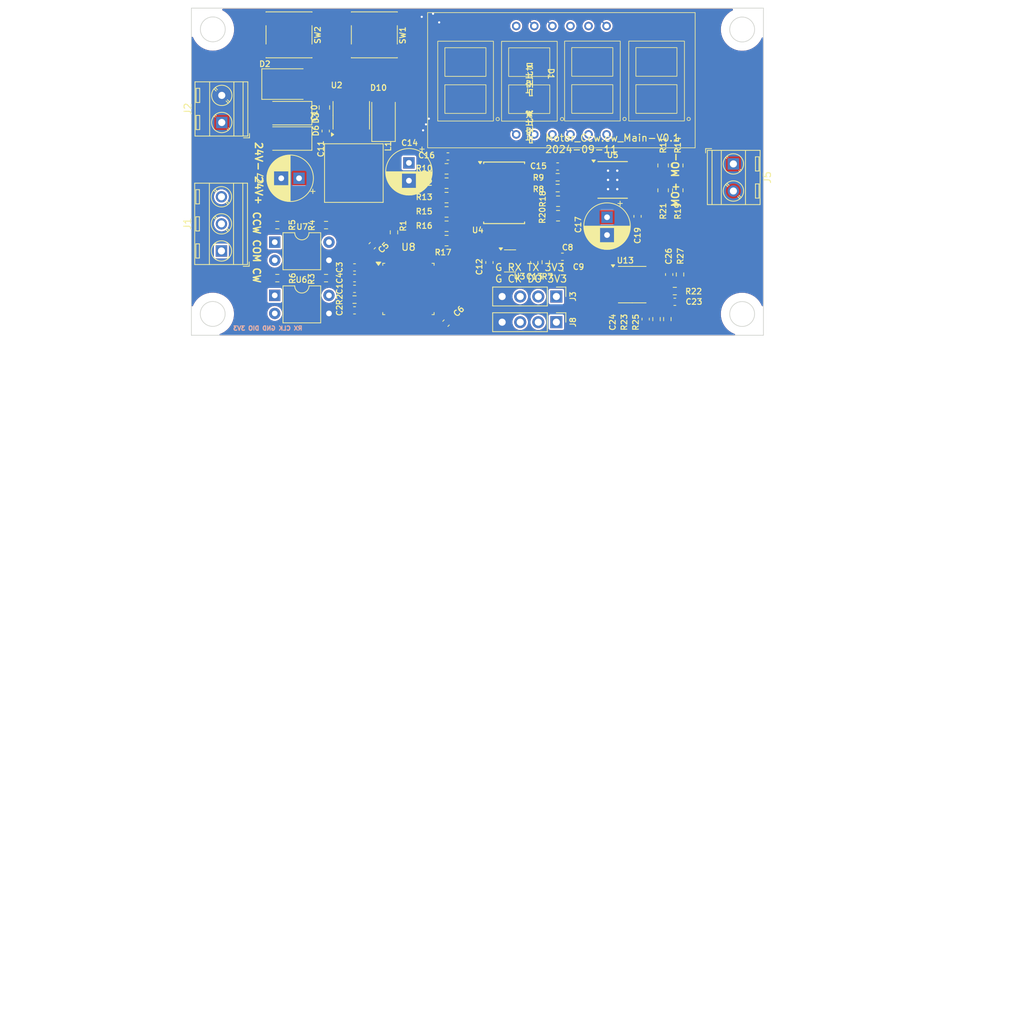
<source format=kicad_pcb>
(kicad_pcb (version 20240108) (generator "pcbnew") (generator_version "8.0")
  (title_block (title "Motor_CCW.CW_Main") (date "2024-09-11") (rev "V0.1") (company "Ovobot_Nz") (comment 1 "78x40x1.6mm 白字绿油，无铅喷锡。"))
  (layers (0 "F.Cu" signal) (31 "B.Cu" signal) (34 "B.Paste" user) (35 "F.Paste" user) (36 "B.SilkS" user "B.Silkscreen") (37 "F.SilkS" user "F.Silkscreen") (38 "B.Mask" user) (39 "F.Mask" user) (44 "Edge.Cuts" user))
  (net 0 "")
  (net 1 "GND")
  (net 2 "+3V3")
  (net 3 "+5V")
  (net 4 "+24V")
  (net 5 "VDD")
  (net 6 "+3.3VA")
  (net 7 "Net-(U8-NRST)")
  (net 8 "Net-(C2-Pad2)")
  (net 9 "/main/VERF_1.078V")
  (net 10 "Net-(U5-ISEN)")
  (net 11 "/main/VREF55")
  (net 12 "/main/ADC2_MOTOR")
  (net 13 "Net-(U13B--)")
  (net 14 "Net-(D10-K)")
  (net 15 "/main/R_MOTOR_OUT-")
  (net 16 "/main/R_MOTOR_OUT+")
  (net 17 "/main/SWDIO")
  (net 18 "/main/SWCLK")
  (net 19 "Net-(U8-BOOT0)")
  (net 21 "/main/C")
  (net 23 "/main/E")
  (net 28 "/main/PWM_RIGHT1")
  (net 34 "/main/DP")
  (net 35 "/main/PWM_RIGHT2")
  (net 37 "/main/MOTOR_KEY_CCW")
  (net 38 "/main/MOTOR_KEY_CW")
  (net 39 "/main/UART1_RX")
  (net 40 "/main/UART1_TX")
  (net 41 "/main/KEY_CW")
  (net 42 "/main/KEY_CCW")
  (net 43 "Net-(R5-Pad2)")
  (net 44 "Net-(R6-Pad2)")
  (net 45 "/main/B")
  (net 46 "/main/F")
  (net 47 "GND1")
  (net 48 "/main/D")
  (net 49 "/main/COM3")
  (net 50 "/main/COM2")
  (net 51 "/main/COM1")
  (net 52 "/main/A")
  (net 53 "/main/G")
  (net 54 "Net-(U4-SEG1{slash}KSI)")
  (net 55 "Net-(U4-SEG2{slash}KS2)")
  (net 56 "Net-(U4-SEG3{slash}KS3)")
  (net 57 "Net-(U4-SEG4{slash}KS4)")
  (net 58 "Net-(U4-SEG5{slash}KS5)")
  (net 59 "Net-(U4-SEG6{slash}KS6)")
  (net 60 "Net-(U4-SEG8)")
  (net 61 "Net-(U4-SEG7)")
  (net 62 "/main/SW_PWM+")
  (net 63 "/main/SW_PWM-")
  (net 64 "/main/SPI1_STB")
  (net 65 "/main/SPI1_DIN")
  (net 66 "/main/SPI1_CLK")
  (footprint "Capacitor_SMD:C_0603_1608Metric" (layer "F.Cu") (at 134.9 88.165 90)
    (property "Reference" "C11")
    (property "Value" "1uF")
  )
  (footprint "Resistor_SMD:R_0603_1608Metric" (layer "F.Cu") (at 128.1 108.85)
    (property "Reference" "R6")
    (property "Value" "10K/1%")
  )
  (footprint "Package_DIP:DIP-4_W7.62mm" (layer "F.Cu") (at 127.74 111.275)
    (property "Reference" "U6")
    (property "Value" "TLP785")
  )
  (footprint "Capacitor_SMD:C_0603_1608Metric" (layer "F.Cu") (at 164.2125 106.6325 -90)
    (property "Reference" "C13")
    (property "Value" "1uF")
  )
  (footprint "Capacitor_SMD:C_0805_2012Metric" (layer "F.Cu") (at 134.72 84.865 90)
    (property "Reference" "C10")
    (property "Value" "10uF/35V")
  )
  (footprint "Package_SO:SOIC-8_3.9x4.9mm_P1.27mm" (layer "F.Cu") (at 177.98 109.765)
    (property "Reference" "U13")
    (property "Value" "LMV358TP-SR")
  )
  (footprint "Diode_SMD:D_SMB" (layer "F.Cu") (at 129.58 81.56)
    (property "Reference" "D2")
    (property "Value" "SMBJ26CA")
  )
  (footprint "Resistor_SMD:R_0603_1608Metric" (layer "F.Cu") (at 134.95 108.85)
    (property "Reference" "R3")
    (property "Value" "10K/1%")
  )
  (footprint "Resistor_SMD:R_0603_1608Metric" (layer "F.Cu") (at 138.955 111.870625 180)
    (property "Reference" "R2")
    (property "Value" "0R")
  )
  (footprint "Package_DIP:DIP-4_W7.62mm" (layer "F.Cu") (at 127.74 103.795)
    (property "Reference" "U7")
    (property "Value" "TLP785")
  )
  (footprint "Ovo_SegLed:LED_3x0.56" (layer "F.Cu") (at 167.23 80.4)
    (property "Reference" "D1")
    (property "Value" "~")
  )
  (footprint "Capacitor_SMD:C_0603_1608Metric" (layer "F.Cu") (at 138.955 107.3425)
    (property "Reference" "C3")
    (property "Value" "0.1uF")
  )
  (footprint "Diode_SMD:D_SMA" (layer "F.Cu") (at 129.4475 89.22 180)
    (property "Reference" "D6")
    (property "Value" "SS34")
  )
  (footprint "Ovo_Button_Switch_SMD:SW_Push_1P1T_NO_6x6mm_H5.0mm" (layer "F.Cu") (at 141.735 74.64)
    (property "Reference" "SW1")
    (property "Value" "6x6x5mm")
  )
  (footprint "Ovo_TerminalBlock_MetzConnect:TerminalBlock_MetzConnect_Type086_RT03402HBLC_1x02_P3.81mm_Horizontal" (layer "F.Cu") (at 192.2 92.79 -90)
    (property "Reference" "J5")
    (property "Value" "KF128-3.81-2P")
  )
  (footprint "Ovo_Inductor_SMD:L_GZJ_WNR8045" (layer "F.Cu") (at 138.86 94.075)
    (property "Reference" "L1")
    (property "Value" "68uH")
  )
  (footprint "Capacitor_SMD:C_0603_1608Metric" (layer "F.Cu") (at 157.9125 106.6525 90)
    (property "Reference" "C12")
    (property "Value" "1uF")
  )
  (footprint "Capacitor_SMD:C_0603_1608Metric" (layer "F.Cu") (at 183.175 108.34 90)
    (property "Reference" "C26")
    (property "Value" "0.1uF")
  )
  (footprint "Ovo_TerminalBlock_MetzConnect:TerminalBlock_MetzConnect_Type086_RT03402HBLC_1x02_P3.81mm_Horizontal" (layer "F.Cu") (at 120.295 86.965 90)
    (property "Reference" "J2")
    (property "Value" "KF128-3.81-2P")
  )
  (footprint "Ovo_TerminalBlock_MetzConnect:TerminalBlock_MetzConnect_Type086_RT03403HBLC_1x03_P3.81mm_Horizontal" (layer "F.Cu") (at 120.25 105.03 90)
    (property "Reference" "J1")
    (property "Value" "KF128-3.81-3P")
  )
  (footprint "Resistor_SMD:R_0603_1608Metric" (layer "F.Cu") (at 167.5025 94.67 180)
    (property "Reference" "R9")
    (property "Value" "3.3K/1%")
  )
  (footprint "Package_QFP:LQFP-32_7x7mm_P0.8mm" (layer "F.Cu") (at 146.53 110.37)
    (property "Reference" "U8")
    (property "Value" "STM32F030K6Tx")
  )
  (footprint "Capacitor_SMD:C_0603_1608Metric" (layer "F.Cu") (at 151.81 115.18 45)
    (property "Reference" "C6")
    (property "Value" "4.7uF")
  )
  (footprint "Capacitor_THT:CP_Radial_D6.3mm_P2.50mm" (layer "F.Cu") (at 146.6 92.647618 -90)
    (property "Reference" "C14")
    (property "Value" "470uF/10V")
  )
  (footprint "Capacitor_SMD:C_0603_1608Metric" (layer "F.Cu") (at 152.08 91.74 180)
    (property "Reference" "C16")
    (property "Value" "0.1uF")
  )
  (footprint "Capacitor_SMD:C_0603_1608Metric" (layer "F.Cu") (at 168.1825 107.3625)
    (property "Reference" "C9")
    (property "Value" "1uF")
  )
  (footprint "Resistor_SMD:R_0805_2012Metric" (layer "F.Cu") (at 151.89 95.504)
    (property "Reference" "R12")
    (property "Value" "10R")
  )
  (footprint "Resistor_SMD:R_0805_2012Metric" (layer "F.Cu") (at 182.32 96.4975 -90)
    (property "Reference" "R21")
    (property "Value" "1R/1%")
  )
  (footprint "Resistor_SMD:R_0805_2012Metric" (layer "F.Cu") (at 182.32 93.0075 90)
    (property "Reference" "R11")
    (property "Value" "1R/1%")
  )
  (footprint "Resistor_SMD:R_0805_2012Metric" (layer "F.Cu") (at 167.5575 100.08)
    (property "Reference" "R20")
    (property "Value" "10R")
  )
  (footprint "Resistor_SMD:R_0603_1608Metric" (layer "F.Cu") (at 184.7 108.34 90)
    (property "Reference" "R27")
    (property "Value" "51K/1%")
  )
  (footprint "Capacitor_SMD:C_0603_1608Metric" (layer "F.Cu") (at 167.5025 93.15 180)
    (property "Reference" "C15")
    (property "Value" "0.1uF")
  )
  (footprint "Package_TO_SOT_SMD:SOT-23-5" (layer "F.Cu") (at 160.8125 106.43)
    (property "Reference" "U3")
    (property "Value" "DS8562-33S5")
  )
  (footprint "Resistor_SMD:R_0805_2012Metric" (layer "F.Cu") (at 151.89 99.54)
    (property "Reference" "R15")
    (property "Value" "10R")
  )
  (footprint "Resistor_SMD:R_0805_2012Metric" (layer "F.Cu") (at 184.38 96.4975 -90)
    (property "Reference" "R19")
    (property "Value" "1R/1%")
  )
  (footprint "Ovo_Button_Switch_SMD:SW_Push_1P1T_NO_6x6mm_H5.0mm" (layer "F.Cu") (at 129.745 74.64)
    (property "Reference" "SW2")
    (property "Value" "6x6x5mm")
  )
  (footprint "Capacitor_SMD:C_0603_1608Metric" (layer "F.Cu") (at 138.955 110.36125)
    (property "Reference" "C1")
    (property "Value" "0.1uF")
  )
  (footprint "Diode_SMD:D_SMA" (layer "F.Cu") (at 129.445 85.65 180)
    (property "Reference" "D3")
    (property "Value" "SS34")
  )
  (footprint "Resistor_SMD:R_0603_1608Metric" (layer "F.Cu") (at 144.5 102.41 -90)
    (property "Reference" "R1")
    (property "Value" "10K/1%")
  )
  (footprint "Capacitor_SMD:C_0603_1608Metric" (layer "F.Cu") (at 183.97 112.18 180)
    (property "Reference" "C23")
    (property "Value" "0.1uF")
  )
  (footprint "Capacitor_SMD:C_0603_1608Metric" (layer "F.Cu") (at 168.1725 105.8425)
    (property "Reference" "C8")
    (property "Value" "1uF")
  )
  (footprint "Resistor_SMD:R_0603_1608Metric" (layer "F.Cu") (at 165.8325 106.6125 -90)
    (property "Reference" "R7")
    (property "Value" "0R")
  )
  (footprint "Resistor_SMD:R_0805_2012Metric" (layer "F.Cu") (at 151.89 101.558)
    (property "Reference" "R16")
    (property "Value" "10R")
  )
  (footprint "Capacitor_SMD:C_0603_1608Metric" (layer "F.Cu") (at 179.87 114.61 -90)
    (property "Reference" "C24")
    (property "Value" "0.1uF")
  )
  (footprint "Connector_PinHeader_2.54mm:PinHeader_1x04_P2.54mm_Vertical" (layer "F.Cu") (at 167.32 111.435 -90)
    (property "Reference" "J3")
    (property "Value" "Conn_01x04")
  )
  (footprint "Resistor_SMD:R_0603_1608Metric" (layer "F.Cu") (at 134.95 101.39)
    (property "Reference" "R4")
    (property "Value" "10K/1%")
  )
  (footprint "Resistor_SMD:R_0805_2012Metric" (layer "F.Cu") (at 151.89 103.576)
    (property "Reference" "R17")
    (property "Value" "10R")
  )
  (footprint "Resistor_SMD:R_0603_1608Metric" (layer "F.Cu") (at 167.5025 96.19)
    (property "Reference" "R8")
    (property "Value" "6.8K/1%")
  )
  (footprint "Capacitor_THT:CP_Radial_D6.3mm_P2.50mm" (layer "F.Cu") (at 131.154759 94.809999 180)
    (property "Reference" "C7")
    (property "Value" "100uF/35V")
  )
  (footprint "Capacitor_THT:CP_Radial_D6.3mm_P2.50mm" (layer "F.Cu") (at 174.44238 100.29 -90)
    (property "Reference" "C17")
    (property "Value" "100uF/35V")
  )
  (footprint "Capacitor_SMD:C_0603_1608Metric" (layer "F.Cu") (at 178.73 100.16 -90)
    (property "Reference" "C19")
    (property "Value" "0.1uF")
  )
  (footprint "Connector_PinHeader_2.54mm:PinHeader_1x04_P2.54mm_Vertical" (layer "F.Cu") (at 167.32 115.045 -90)
    (property "Reference" "J8")
    (property "Value" "Conn_01x04")
  )
  (footprint "Capacitor_SMD:C_0603_1608Metric" (layer "F.Cu") (at 138.955 113.38)
    (property "Reference" "C2")
    (property "Value" "0.1uF")
  )
  (footprint "Package_SO:SSOP-24_5.3x8.2mm_P0.65mm" (layer "F.Cu") (at 159.98 96.855)
    (property "Reference" "U4")
    (property "Value" "~")
  )
  (footprint "Capacitor_SMD:C_0603_1608Metric" (layer "F.Cu") (at 138.955 108.851875)
    (property "Reference" "C4")
    (property "Value" "0.1uF")
  )
  (footprint "Package_SO:Texas_HTSOP-8-1EP_3.9x4.9mm_P1.27mm_EP2.95x4.9mm_Mask2.4x3.1mm_ThermalVias" (layer "F.Cu") (at 175.23 95.04)
    (property "Reference" "U5")
    (property "Value" "OCB8870ESAE")
  )
  (footprint "Resistor_SMD:R_0603_1608Metric" (layer "F.Cu") (at 182.92 114.61 -90)
    (property "Reference" "R25")
    (property "Value" "2K/1%")
  )
  (footprint "Resistor_SMD:R_0805_2012Metric" (layer "F.Cu") (at 151.89 93.486)
    (property "Reference" "R10")
    (property "Value" "10R")
  )
  (footprint "Resistor_SMD:R_0603_1608Metric" (layer "F.Cu") (at 183.965 110.67 180)
    (property "Reference" "R22")
    (property "Value" "15K/1%")
  )
  (footprint "Resistor_SMD:R_0603_1608Metric" (layer "F.Cu") (at 128.1 101.39)
    (property "Reference" "R5")
    (property "Value" "10K/1%")
  )
  (footprint "Resistor_SMD:R_0805_2012Metric" (layer "F.Cu") (at 167.5575 98.04)
    (property "Reference" "R18")
    (property "Value" "27R")
  )
  (footprint "Diode_SMD:D_SMA" (layer "F.Cu") (at 143.03 86.125 90)
    (property "Reference" "D10")
    (property "Value" "SS34")
  )
  (footprint "Resistor_SMD:R_0805_2012Metric" (layer "F.Cu") (at 184.38 93.0075 90)
    (property "Reference" "R14")
    (property "Value" "1R/1%")
  )
  (footprint "Capacitor_SMD:C_0603_1608Metric" (layer "F.Cu") (at 141.44 104.29 -135)
    (property "Reference" "C5")
    (property "Value" "0.1uF")
  )
  (footprint "Package_SO:SOIC-8_3.9x4.9mm_P1.27mm" (layer "F.Cu") (at 138.4975 85.955 90)
    (property "Reference" "U2")
    (property "Value" "XL1509-5.0E1")
  )
  (footprint "Resistor_SMD:R_0805_2012Metric" (layer "F.Cu") (at 151.89 97.522)
    (property "Reference" "R13")
    (property "Value" "10R")
  )
  (footprint "Resistor_SMD:R_0603_1608Metric" (layer "F.Cu") (at 181.395 114.61 90)
    (property "Reference" "R23")
    (property "Value" "10K/1%")
  )
  (gr_line (start 116.02 70.89) (end 196.42 70.89) (stroke (width 0.1)) (layer "Edge.Cuts"))
  (gr_line (start 196.42 116.885) (end 196.42 70.89) (stroke (width 0.1)) (layer "Edge.Cuts"))
  (gr_circle (center 193.431188 113.895) (end 195.181188 113.895) (stroke (width 0.1)) (fill none) (layer "Edge.Cuts"))
  (gr_line (start 116.02 70.89) (end 116.02 116.885) (stroke (width 0.1)) (layer "Edge.Cuts"))
  (gr_circle (center 119.035352 73.871761) (end 119.035352 75.621761) (stroke (width 0.1)) (fill none) (layer "Edge.Cuts"))
  (gr_line (start 196.41 116.885) (end 116.02 116.885) (stroke (width 0.1)) (layer "Edge.Cuts"))
  (gr_circle (center 193.433537 73.888527) (end 195.183537 73.888527) (stroke (width 0.1)) (fill none) (layer "Edge.Cuts"))
  (gr_circle (center 119.02 113.885) (end 120.77 113.885) (stroke (width 0.1)) (fill none) (layer "Edge.Cuts"))
  (gr_text "RX CLK GND DIO 3V3" (at 131.702 116.253 0) (layer "B.SilkS") (effects (font (size 0.6 0.6)) (justify left bottom mirror)))
  (gr_text "24V- 24V+ " (at 124.9 89.605 270) (layer "F.SilkS") (effects (font (size 1 1) (thickness 0.2) (bold yes)) (justify left bottom)))
  (gr_text "Motor_Ccw.cw_Main-${REVISION}\n${ISSUE_DATE}\n" (at 165.67 91.33 0) (layer "F.SilkS") (effects (font (size 1 1)) (justify left bottom)))
  (gr_text "G RX TX 3V3\nG CK DO 3V3" (at 158.62 109.535 0) (layer "F.SilkS") (effects (font (size 1 1)) (justify left bottom)))
  (gr_text "占空比减" (at 164.08 90.015 90) (layer "F.SilkS") (effects (font (size 0.8 0.8) (thickness 0.15) (bold yes)) (justify left bottom)))
  (gr_text "MO+ MO-\n" (at 184.64 98.965 90) (layer "F.SilkS") (effects (font (size 1 1) (thickness 0.2) (bold yes)) (justify left bottom)))
  (gr_text "占空比加" (at 164.07 83.375 90) (layer "F.SilkS") (effects (font (size 0.8 0.8) (thickness 0.15) (bold yes)) (justify left bottom)))
  (gr_text "CCW COM CW" (at 124.61 99.385 270) (layer "F.SilkS") (effects (font (size 1 1) (thickness 0.2) (bold yes)) (justify left bottom)))
  (segment (start 134.9 88.94) (end 136.0825 88.94) (width 0.6) (layer "F.Cu") (net 5))
  (segment (start 136.0825 88.94) (end 136.5925 88.43) (width 0.6) (layer "F.Cu") (net 5))
  (segment (start 136.5925 88.43) (end 136.5925 86.2525) (width 0.6) (layer "F.Cu") (net 5))
  (segment (start 136.155 85.815) (end 134.72 85.815) (width 0.6) (layer "F.Cu") (net 5))
  (segment (start 136.5925 86.2525) (end 136.155 85.815) (width 0.6) (layer "F.Cu") (net 5))
  (segment (start 134.72 85.815) (end 131.61 85.815) (width 0.6) (layer "F.Cu") (net 5))
  (segment (start 149.6036 86.6332) (end 149.6036 97.1936) (width 0.2032) (layer "F.Cu") (net 21))
  (segment (start 149.6036 97.1936) (end 149.932 97.522) (width 0.2032) (layer "F.Cu") (net 21))
  (segment (start 149.932 97.522) (end 150.9775 97.522) (width 0.2032) (layer "F.Cu") (net 21))
  (segment (start 149.4004 86.43) (end 149.6036 86.6332) (width 0.2032) (layer "F.Cu") (net 21))
  (via (at 149.4004 86.43) (size 0.6096) (drill 0.3048) (layers "F.Cu" "B.Cu") (net 21))
  (segment (start 149.6904 86.72) (end 167.38 86.72) (width 0.2032) (layer "B.Cu") (net 21))
  (segment (start 167.38 86.72) (end 169.3 88.64) (width 0.2032) (layer "B.Cu") (net 21))
  (segment (start 149.4004 86.43) (end 149.6904 86.72) (width 0.2032) (layer "B.Cu") (net 21))
  (segment (start 148.7908 88.2732) (end 148.7908 101.7908) (width 0.2032) (layer "F.Cu") (net 23))
  (segment (start 148.7908 101.7908) (end 149.24 102.24) (width 0.2032) (layer "F.Cu") (net 23))
  (segment (start 149.24 102.24) (end 150.216236 102.24) (width 0.2032) (layer "F.Cu") (net 23))
  (segment (start 150.255868 102.279632) (end 150.9775 101.558) (width 0.2032) (layer "F.Cu") (net 23))
  (segment (start 148.5876 88.07) (end 148.7908 88.2732) (width 0.2032) (layer "F.Cu") (net 23))
  (segment (start 150.216236 102.24) (end 150.255868 102.279632) (width 0.2032) (layer "F.Cu") (net 23))
  (via (at 148.5876 88.07) (size 0.6096) (drill 0.3048) (layers "F.Cu" "B.Cu") (net 23))
  (segment (start 148.7876 87.87) (end 160.91 87.87) (width 0.2032) (layer "B.Cu") (net 23))
  (segment (start 160.91 87.87) (end 161.68 88.64) (width 0.2032) (layer "B.Cu") (net 23))
  (segment (start 148.5876 88.07) (end 148.7876 87.87) (width 0.2032) (layer "B.Cu") (net 23))
  (segment (start 150.01 71.69) (end 150.01 94.5365) (width 0.2032) (layer "F.Cu") (net 45))
  (segment (start 149.99 71.67) (end 150.01 71.69) (width 0.2032) (layer "F.Cu") (net 45))
  (segment (start 150.01 94.5365) (end 150.9775 95.504) (width 0.2032) (layer "F.Cu") (net 45))
  (via (at 149.99 71.67) (size 0.6096) (drill 0.3048) (layers "F.Cu" "B.Cu") (net 45))
  (segment (start 149.99 71.67) (end 150.1964 71.4636) (width 0.2032) (layer "B.Cu") (net 45))
  (segment (start 150.1964 71.4636) (end 172.4436 71.4636) (width 0.2032) (layer "B.Cu") (net 45))
  (segment (start 172.4436 71.4636) (end 174.38 73.4) (width 0.2032) (layer "B.Cu") (net 45))
  (segment (start 149.03 102.72) (end 150.24 102.72) (width 0.2032) (layer "F.Cu") (net 46))
  (segment (start 147.978 72.532) (end 147.978 101.668) (width 0.2032) (layer "F.Cu") (net 46))
  (segment (start 150.24 102.72) (end 150.9775 103.4575) (width 0.2032) (layer "F.Cu") (net 46))
  (segment (start 148.4 72.11) (end 147.978 72.532) (width 0.2032) (layer "F.Cu") (net 46))
  (segment (start 147.978 101.668) (end 149.03 102.72) (width 0.2032) (layer "F.Cu") (net 46))
  (segment (start 150.9775 103.4575) (end 150.9775 103.576) (width 0.2032) (layer "F.Cu") (net 46))
  (via (at 148.4 72.11) (size 0.6096) (drill 0.3048) (layers "F.Cu" "B.Cu") (net 46))
  (segment (start 150.4004 72.2796) (end 150.77 71.91) (width 0.2032) (layer "B.Cu") (net 46))
  (segment (start 148.5696 72.2796) (end 150.4004 72.2796) (width 0.2032) (layer "B.Cu") (net 46))
  (segment (start 165.27 71.91) (end 166.76 73.4) (width 0.2032) (layer "B.Cu") (net 46))
  (segment (start 150.77 71.91) (end 165.27 71.91) (width 0.2032) (layer "B.Cu") (net 46))
  (segment (start 148.4 72.11) (end 148.5696 72.2796) (width 0.2032) (layer "B.Cu") (net 46))
  (segment (start 149.1972 98.8572) (end 149.88 99.54) (width 0.2032) (layer "F.Cu") (net 48))
  (segment (start 149.88 99.54) (end 150.9775 99.54) (width 0.2032) (layer "F.Cu") (net 48))
  (segment (start 148.994 87.23) (end 149.1972 87.4332) (width 0.2032) (layer "F.Cu") (net 48))
  (segment (start 149.1972 87.4332) (end 149.1972 98.8572) (width 0.2032) (layer "F.Cu") (net 48))
  (via (at 148.994 87.23) (size 0.6096) (drill 0.3048) (layers "F.Cu" "B.Cu") (net 48))
  (segment (start 162.91 87.33) (end 164.22 88.64) (width 0.2032) (layer "B.Cu") (net 48))
  (segment (start 148.994 87.23) (end 149.094 87.33) (width 0.2032) (layer "B.Cu") (net 48))
  (segment (start 149.094 87.33) (end 162.91 87.33) (width 0.2032) (layer "B.Cu") (net 48))
  (segment (start 150.4164 73.3228) (end 150.4164 92.9249) (width 0.2032) (layer "F.Cu") (net 52))
  (segment (start 150.85 72.8892) (end 150.4164 73.3228) (width 0.2032) (layer "F.Cu") (net 52))
  (segment (start 150.4164 92.9249) (end 150.9775 93.486) (width 0.2032) (layer "F.Cu") (net 52))
  (via (at 150.85 72.8892) (size 0.6096) (drill 0.3048) (layers "F.Cu" "B.Cu") (net 52))
  (segment (start 151.3692 72.37) (end 163.19 72.37) (width 0.2032) (layer "B.Cu") (net 52))
  (segment (start 150.85 72.8892) (end 151.3692 72.37) (width 0.2032) (layer "B.Cu") (net 52))
  (segment (start 163.19 72.37) (end 164.22 73.4) (width 0.2032) (layer "B.Cu") (net 52))
  (segment (start 152.8025 93.486) (end 153.126 93.486) (width 0.2032) (layer "F.Cu") (net 54))
  (segment (start 153.126 93.486) (end 153.94 94.3) (width 0.2032) (layer "F.Cu") (net 54))
  (segment (start 155.4474 97.18) (end 156.38 97.18) (width 0.2032) (layer "F.Cu") (net 54))
  (segment (start 153.94 94.3) (end 153.94 95.6726) (width 0.2032) (layer "F.Cu") (net 54))
  (segment (start 153.94 95.6726) (end 155.4474 97.18) (width 0.2032) (layer "F.Cu") (net 54))
  (segment (start 155.1285 97.83) (end 156.38 97.83) (width 0.2032) (layer "F.Cu") (net 55))
  (segment (start 152.8025 95.504) (end 155.1285 97.83) (width 0.2032) (layer "F.Cu") (net 55))
  (segment (start 154.4 98.48) (end 156.38 98.48) (width 0.2032) (layer "F.Cu") (net 56))
  (segment (start 153.442 97.522) (end 154.4 98.48) (width 0.2032) (layer "F.Cu") (net 56))
  (segment (start 152.8025 97.522) (end 153.442 97.522) (width 0.2032) (layer "F.Cu") (net 56))
  (segment (start 153.94 99.54) (end 154.35 99.13) (width 0.2032) (layer "F.Cu") (net 57))
  (segment (start 154.35 99.13) (end 156.38 99.13) (width 0.2032) (layer "F.Cu") (net 57))
  (segment (start 152.8025 99.54) (end 153.94 99.54) (width 0.2032) (layer "F.Cu") (net 57))
  (segment (start 153.172 101.558) (end 154.95 99.78) (width 0.2032) (layer "F.Cu") (net 58))
  (segment (start 152.8025 101.558) (end 153.172 101.558) (width 0.2032) (layer "F.Cu") (net 58))
  (segment (start 154.95 99.78) (end 156.38 99.78) (width 0.2032) (layer "F.Cu") (net 58))
  (segment (start 155.92 100.43) (end 156.38 100.43) (width 0.2032) (layer "F.Cu") (net 59))
  (segment (start 152.8025 103.576) (end 152.8025 103.5475) (width 0.2032) (layer "F.Cu") (net 59))
  (segment (start 152.8025 103.5475) (end 155.92 100.43) (width 0.2032) (layer "F.Cu") (net 59))
  (segment (start 166.64 98.04) (end 166.645 98.04) (width 0.2032) (layer "F.Cu") (net 60))
  (segment (start 164.9 99.78) (end 166.64 98.04) (width 0.2032) (layer "F.Cu") (net 60))
  (segment (start 163.58 99.78) (end 164.9 99.78) (width 0.2032) (layer "F.Cu") (net 60))
  (segment (start 166.295 100.43) (end 166.645 100.08) (width 0.2032) (layer "F.Cu") (net 61))
  (segment (start 163.58 100.43) (end 166.295 100.43) (width 0.2032) (layer "F.Cu") (net 61))
  (zone (net 4) (net_name "+24V") (layer "F.Cu") (priority 1) (connect_pads yes (clearance 0.25)) (min_thickness 0.25) (fill yes (thermal_gap 0.5) (thermal_bridge_width 0.5))
    (polygon (pts (xy 128.89 80.47) (xy 128.89 90.07) (xy 128.63 90.33) (xy 125.74 90.33) (xy 123.91 88.5) (xy 119.09 88.5) (xy 118.9 88.31) (xy 118.9 85.91) (xy 119.13 85.68) (xy 123.785 85.68) (xy 125.97 83.495) (xy 125.97 80.4) (xy 126.16 80.21) (xy 128.63 80.21)))
  )
  (zone (net 15) (net_name "/main/R_MOTOR_OUT-") (layer "F.Cu") (priority 6) (connect_pads yes (clearance 0.25)) (min_thickness 0.25) (fill yes (thermal_gap 0.5) (thermal_bridge_width 0.5))
    (polygon (pts (xy 176.97 93.52) (xy 177 93.55) (xy 179.36 93.55) (xy 181.66 91.25) (xy 189.52 91.25) (xy 190.1 91.83) (xy 190.1 93.54) (xy 190.47 93.91) (xy 194.1 93.91) (xy 194.3 93.71) (xy 194.3 89.43) (xy 193.79 88.92) (xy 177.54 88.92) (xy 176.97 89.49) (xy 176.97 92.82)))
  )
  (zone (net 3) (net_name "+5V") (layer "F.Cu") (priority 5) (connect_pads yes (clearance 0.25)) (min_thickness 0.25) (fill yes (thermal_gap 0.5) (thermal_bridge_width 0.5))
    (polygon (pts (xy 138.83 87.515) (xy 138.83 90.865) (xy 140.65 92.685) (xy 140.65 93.885) (xy 141.05 94.285) (xy 142.62 94.285) (xy 142.77 94.135) (xy 142.77 90.405) (xy 142.52 90.155) (xy 140.36 90.155) (xy 139.53 89.325) (xy 139.53 87.495) (xy 139.49 87.455) (xy 138.89 87.455)))
  )
  (zone (net 14) (net_name "Net-(D10-K)") (layer "F.Cu") (priority 4) (connect_pads yes (clearance 0.25)) (min_thickness 0.25) (fill yes (thermal_gap 0.5) (thermal_bridge_width 0.5))
    (polygon (pts (xy 137.45 89.595) (xy 135.47 91.575) (xy 135.47 93.455) (xy 135.61 93.595) (xy 138.01 93.595) (xy 138.19 93.415) (xy 138.19 87.525) (xy 138.12 87.455) (xy 137.53 87.455) (xy 137.45 87.535)))
  )
  (zone (net 5) (net_name "VDD") (layer "F.Cu") (priority 3) (connect_pads yes (clearance 0.25)) (min_thickness 0.25) (fill yes (thermal_gap 0.5) (thermal_bridge_width 0.5))
    (polygon (pts (xy 176.98 98.19) (xy 175.88 99.29) (xy 173.37 99.29) (xy 173.2 99.46) (xy 173.2 101.23) (xy 173.26 101.29) (xy 176.86 101.29) (xy 178.27 99.88) (xy 179.17 99.88) (xy 179.23 99.82) (xy 179.23 96.72) (xy 179.15 96.64) (xy 177.02 96.64) (xy 176.98 96.68)))
  )
  (zone (net 5) (net_name "VDD") (layer "F.Cu") (priority 2) (connect_pads yes (clearance 0.25)) (min_thickness 0.25) (fill yes (thermal_gap 0.5) (thermal_bridge_width 0.5))
    (polygon (pts (xy 129.93 85.12) (xy 129.93 95.62) (xy 130.11 95.8) (xy 132.55 95.8) (xy 132.7 95.65) (xy 132.7 84.91) (xy 132.53 84.74) (xy 130.31 84.74)))
  )
  (zone (net 10) (net_name "Net-(U5-ISEN)") (layer "F.Cu") (priority 8) (connect_pads yes (clearance 0.25)) (min_thickness 0.25) (fill yes (thermal_gap 0.5) (thermal_bridge_width 0.5))
    (polygon (pts (xy 176.96 93.95) (xy 176.96 94.74) (xy 177.04 94.82) (xy 181.06 94.82) (xy 181.52 95.28) (xy 181.52 95.94) (xy 181.72 96.14) (xy 184.95 96.14) (xy 185.26 95.83) (xy 185.26 93.36) (xy 185.1 93.2) (xy 181.7 93.2) (xy 181 93.9) (xy 177.01 93.9)))
  )
  (zone (net 16) (net_name "/main/R_MOTOR_OUT+") (layer "F.Cu") (priority 7) (connect_pads yes (clearance 0.25)) (min_thickness 0.25) (fill yes (thermal_gap 0.5) (thermal_bridge_width 0.5))
    (polygon (pts (xy 176.99 95.32) (xy 176.99 96.1) (xy 177.1 96.21) (xy 179.21 96.21) (xy 179.44 96.44) (xy 179.44 100.58) (xy 180.17 101.31) (xy 193.94 101.31) (xy 194.3 100.95) (xy 194.3 95.64) (xy 194.01 95.35) (xy 190.48 95.35) (xy 190.08 95.75) (xy 190.08 98.27) (xy 189.64 98.71) (xy 181.9025 98.71) (xy 181.34 98.1475) (xy 181.34 95.46) (xy 181.11 95.23) (xy 177.08 95.23)))
  )
  (zone (net 1) (net_name "GND") (layers "F&B.Cu") (connect_pads yes (clearance 0.25)) (min_thickness 0.25) (fill yes (thermal_gap 0.5) (thermal_bridge_width 0.5))
    (polygon (pts (xy 116.02 70.98) (xy 116.02 116.935) (xy 196.37 116.935) (xy 196.42 116.885) (xy 196.42 70.98)))
  )
  (zone (net 0) (net_name "") (layers "F&B.Cu" "Edge.Cuts") (connect_pads (clearance 0)) (min_thickness 0.25)
    (keepout (tracks not_allowed) (vias not_allowed) (pads not_allowed) (copperpour not_allowed) (footprints not_allowed))
    (fill (thermal_gap 0.5) (thermal_bridge_width 0.5))
    (polygon (pts (xy 119.035352 76.871761) (xy 119.383631 76.851476) (xy 119.7272 76.790896) (xy 120.061412 76.690839) (xy 120.38175 76.552659) (xy 120.683879 76.378224) (xy 120.963715 76.169894) (xy 121.217473 75.930486) (xy 121.441722 75.663237) (xy 121.633428 75.371761) (xy 121.79 75.06) (xy 121.909321 74.732171) (xy 121.989775 74.392706) (xy 122.030276 74.046195) (xy 122.030276 73.697327) (xy 121.989775 73.350816) (xy 121.909321 73.011351) (xy 121.79 72.683522) (xy 121.633428 72.371761) (xy 121.441722 72.080285) (xy 121.217473 71.813036) (xy 120.963715 71.573628) (xy 120.683879 71.365298) (xy 120.38175 71.190863) (xy 120.061412 71.052683) (xy 119.7272 70.952626) (xy 119.383631 70.892046) (xy 119.035352 70.871761) (xy 118.687073 70.892046) (xy 118.343504 70.952626) (xy 118.009292 71.052683) (xy 117.688954 71.190863) (xy 117.386825 71.365298) (xy 117.106989 71.573628) (xy 116.853231 71.813036) (xy 116.628982 72.080285) (xy 116.437276 72.371761) (xy 116.280704 72.683522) (xy 116.161383 73.011351) (xy 116.080929 73.350816) (xy 116.040428 73.697327) (xy 116.040428 74.046195) (xy 116.080929 74.392706) (xy 116.161383 74.732171) (xy 116.280704 75.06) (xy 116.437276 75.371761) (xy 116.628982 75.663237) (xy 116.853231 75.930486) (xy 117.106989 76.169894) (xy 117.386825 76.378224) (xy 117.688954 76.552659) (xy 118.009292 76.690839) (xy 118.343504 76.790896) (xy 118.687073 76.851476)))
  )
  (zone (net 0) (net_name "") (layers "F&B.Cu" "Edge.Cuts") (connect_pads (clearance 0)) (min_thickness 0.25)
    (keepout (tracks not_allowed) (vias not_allowed) (pads not_allowed) (copperpour not_allowed) (footprints not_allowed))
    (fill (thermal_gap 0.5) (thermal_bridge_width 0.5))
    (polygon (pts (xy 196.43 113.895) (xy 196.409715 113.546721) (xy 196.349135 113.203152) (xy 196.249078 112.86894) (xy 196.110898 112.548602) (xy 195.936463 112.246473) (xy 195.728133 111.966637) (xy 195.488725 111.712879) (xy 195.221476 111.48863) (xy 194.93 111.296924) (xy 194.618239 111.140352) (xy 194.29041 111.021031) (xy 193.950945 110.940577) (xy 193.604434 110.900076) (xy 193.255566 110.900076) (xy 192.909055 110.940577) (xy 192.56959 111.021031) (xy 192.241761 111.140352) (xy 191.93 111.296924) (xy 191.638524 111.48863) (xy 191.371275 111.712879) (xy 191.131867 111.966637) (xy 190.923537 112.246473) (xy 190.749102 112.548602) (xy 190.610922 112.86894) (xy 190.510865 113.203152) (xy 190.450285 113.546721) (xy 190.43 113.895) (xy 190.450285 114.243279) (xy 190.510865 114.586848) (xy 190.610922 114.92106) (xy 190.749102 115.241398) (xy 190.923537 115.543527) (xy 191.131867 115.823363) (xy 191.371275 116.077121) (xy 191.638524 116.30137) (xy 191.93 116.493076) (xy 192.241761 116.649648) (xy 192.56959 116.768969) (xy 192.909055 116.849423) (xy 193.255566 116.889924) (xy 193.604434 116.889924) (xy 193.950945 116.849423) (xy 194.29041 116.768969) (xy 194.618239 116.649648) (xy 194.93 116.493076) (xy 195.221476 116.30137) (xy 195.488725 116.077121) (xy 195.728133 115.823363) (xy 195.936463 115.543527) (xy 196.110898 115.241398) (xy 196.249078 114.92106) (xy 196.349135 114.586848) (xy 196.409715 114.243279)))
  )
  (zone (net 0) (net_name "") (layers "F&B.Cu" "Edge.Cuts") (connect_pads (clearance 0)) (min_thickness 0.25)
    (keepout (tracks not_allowed) (vias not_allowed) (pads not_allowed) (copperpour not_allowed) (footprints not_allowed))
    (fill (thermal_gap 0.5) (thermal_bridge_width 0.5))
    (polygon (pts (xy 196.433537 73.888527) (xy 196.413252 73.540248) (xy 196.352672 73.196679) (xy 196.252615 72.862467) (xy 196.114435 72.542129) (xy 195.94 72.24) (xy 195.73167 71.960164) (xy 195.492262 71.706406) (xy 195.225013 71.482157) (xy 194.933537 71.290451) (xy 194.621776 71.133879) (xy 194.293947 71.014558) (xy 193.954482 70.934104) (xy 193.607971 70.893603) (xy 193.259103 70.893603) (xy 192.912592 70.934104) (xy 192.573127 71.014558) (xy 192.245298 71.133879) (xy 191.933537 71.290451) (xy 191.642061 71.482157) (xy 191.374812 71.706406) (xy 191.135404 71.960164) (xy 190.927074 72.24) (xy 190.752639 72.542129) (xy 190.614459 72.862467) (xy 190.514402 73.196679) (xy 190.453822 73.540248) (xy 190.433537 73.888527) (xy 190.453822 74.236806) (xy 190.514402 74.580375) (xy 190.614459 74.914587) (xy 190.752639 75.234925) (xy 190.927074 75.537054) (xy 191.135404 75.81689) (xy 191.374812 76.070648) (xy 191.642061 76.294897) (xy 191.933537 76.486603) (xy 192.245298 76.643175) (xy 192.573127 76.762496) (xy 192.912592 76.84295) (xy 193.259103 76.883451) (xy 193.607971 76.883451) (xy 193.954482 76.84295) (xy 194.293947 76.762496) (xy 194.621776 76.643175) (xy 194.933537 76.486603) (xy 195.225013 76.294897) (xy 195.492262 76.070648) (xy 195.73167 75.81689) (xy 195.94 75.537054) (xy 196.114435 75.234925) (xy 196.252615 74.914587) (xy 196.352672 74.580375) (xy 196.413252 74.236806)))
  )
  (zone (net 0) (net_name "") (layers "F&B.Cu" "Edge.Cuts") (connect_pads (clearance 0)) (min_thickness 0.25)
    (keepout (tracks not_allowed) (vias not_allowed) (pads not_allowed) (copperpour not_allowed) (footprints not_allowed))
    (fill (thermal_gap 0.5) (thermal_bridge_width 0.5))
    (polygon (pts (xy 122.02 113.885) (xy 121.999715 113.536721) (xy 121.939135 113.193152) (xy 121.839078 112.85894) (xy 121.700898 112.538602) (xy 121.526463 112.236473) (xy 121.318133 111.956637) (xy 121.078725 111.702879) (xy 120.811476 111.47863) (xy 120.52 111.286924) (xy 120.208239 111.130352) (xy 119.88041 111.011031) (xy 119.540945 110.930577) (xy 119.194434 110.890076) (xy 118.845566 110.890076) (xy 118.499055 110.930577) (xy 118.15959 111.011031) (xy 117.831761 111.130352) (xy 117.52 111.286924) (xy 117.228524 111.47863) (xy 116.961275 111.702879) (xy 116.721867 111.956637) (xy 116.513537 112.236473) (xy 116.339102 112.538602) (xy 116.200922 112.85894) (xy 116.100865 113.193152) (xy 116.040285 113.536721) (xy 116.02 113.885) (xy 116.040285 114.233279) (xy 116.100865 114.576848) (xy 116.200922 114.91106) (xy 116.339102 115.231398) (xy 116.513537 115.533527) (xy 116.721867 115.813363) (xy 116.961275 116.067121) (xy 117.228524 116.29137) (xy 117.52 116.483076) (xy 117.831761 116.639648) (xy 118.15959 116.758969) (xy 118.499055 116.839423) (xy 118.845566 116.879924) (xy 119.194434 116.879924) (xy 119.540945 116.839423) (xy 119.88041 116.758969) (xy 120.208239 116.639648) (xy 120.52 116.483076) (xy 120.811476 116.29137) (xy 121.078725 116.067121) (xy 121.318133 115.813363) (xy 121.526463 115.533527) (xy 121.700898 115.231398) (xy 121.839078 114.91106) (xy 121.939135 114.576848) (xy 121.999715 114.233279)))
  )
)
</source>
